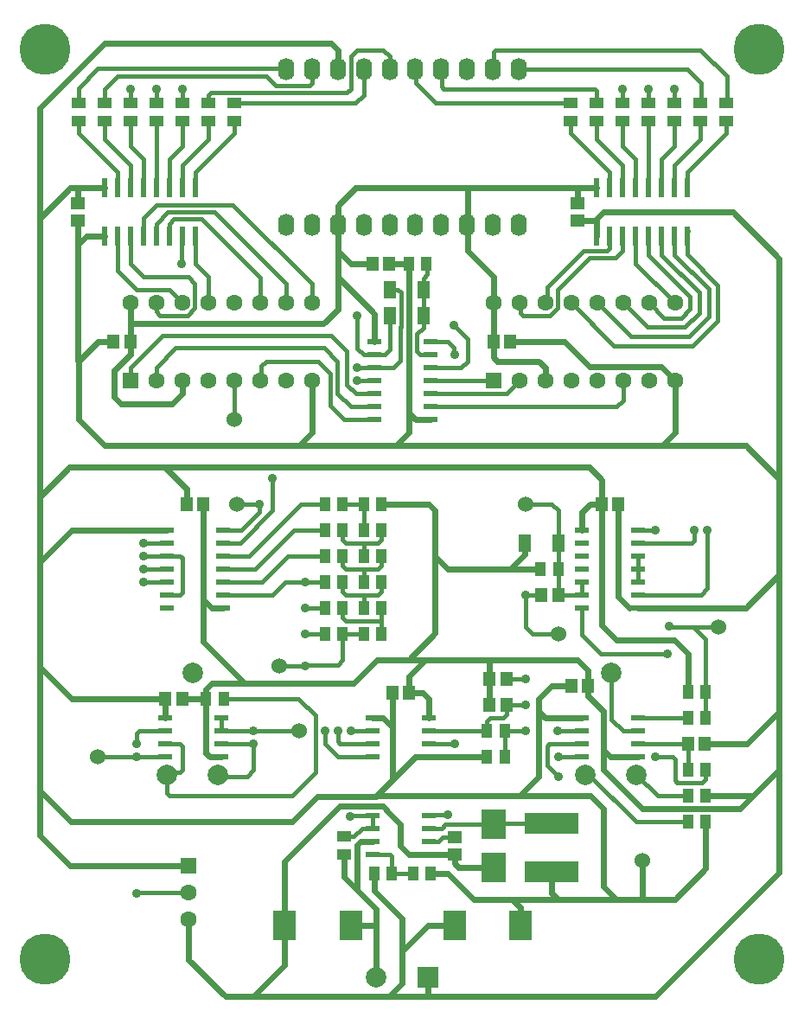
<source format=gbl>
G04*
G04 #@! TF.GenerationSoftware,Altium Limited,Altium Designer,21.5.1 (32)*
G04*
G04 Layer_Physical_Order=2*
G04 Layer_Color=16711680*
%FSLAX25Y25*%
%MOIN*%
G70*
G04*
G04 #@! TF.SameCoordinates,23847DC4-7520-4B4A-9137-17159688AF9F*
G04*
G04*
G04 #@! TF.FilePolarity,Positive*
G04*
G01*
G75*
%ADD21C,0.01575*%
%ADD22O,0.06299X0.08661*%
%ADD23R,0.06299X0.06299*%
%ADD24C,0.06299*%
%ADD25C,0.07874*%
%ADD26R,0.07874X0.07874*%
%ADD27C,0.19685*%
%ADD28C,0.03543*%
%ADD29R,0.05709X0.02362*%
%ADD30C,0.06000*%
%ADD31R,0.09449X0.11811*%
%ADD32R,0.04134X0.05315*%
%ADD33R,0.02362X0.07480*%
%ADD34R,0.05315X0.04134*%
%ADD35R,0.04724X0.06890*%
%ADD36R,0.20945X0.07913*%
%ADD37R,0.04724X0.05512*%
%ADD38R,0.05512X0.04724*%
%ADD39R,0.08858X0.11811*%
%ADD40C,0.02362*%
D21*
X137657Y367500D02*
X140157Y370000D01*
X150157D02*
X152657Y367500D01*
X140157Y370000D02*
X150157D01*
X152657Y362500D02*
Y367500D01*
X170610Y349390D02*
X222657D01*
X162657Y357343D02*
Y362500D01*
Y357343D02*
X170610Y349390D01*
X110158Y132500D02*
X120000D01*
X120377Y132877D01*
X132664D01*
X177500Y263740D02*
X182658Y258583D01*
Y250000D02*
Y258583D01*
X177401Y252756D02*
Y255256D01*
Y252756D02*
X177657Y252500D01*
X180157Y247500D02*
X182658Y250000D01*
X168386Y247500D02*
X180157D01*
X136260Y240951D02*
Y253740D01*
X130000Y260000D02*
X136260Y253740D01*
X140000Y247500D02*
X146929D01*
X136260Y240951D02*
X139711Y237500D01*
X146929Y247500D02*
X154235D01*
X139711Y237500D02*
X146929D01*
X140000Y242500D02*
X146929D01*
X120158Y165000D02*
X127657D01*
X112500D02*
X120158D01*
X107500Y160000D02*
X112500Y165000D01*
X88386Y160000D02*
X107500D01*
X113415Y175000D02*
X127657D01*
X88386Y165000D02*
X103415D01*
X113415Y175000D01*
X145905Y74705D02*
X146201Y75000D01*
X137500Y74409D02*
X137795Y74705D01*
X145905D01*
X102500Y191988D02*
Y195000D01*
X95512Y185000D02*
X102500Y191988D01*
X88386Y185000D02*
X95512D01*
X88386Y180000D02*
X95000D01*
X107500Y192500D01*
Y205000D01*
X65158Y260000D02*
X130000D01*
X132500Y237657D02*
Y250000D01*
X127441Y255059D02*
X132500Y250000D01*
X70217Y255059D02*
X127441D01*
X129744Y232913D02*
Y245256D01*
X105157Y250000D02*
X125000D01*
X129744Y245256D01*
X57657Y282500D02*
X75000D01*
X77579Y279921D01*
Y270462D02*
Y279921D01*
X72579Y298169D02*
X72658Y298248D01*
X72579Y287579D02*
Y298169D01*
X72500Y287500D02*
X72579Y287579D01*
X88386Y170000D02*
X100915D01*
X115915Y185000D02*
X127657D01*
X100915Y170000D02*
X115915Y185000D01*
X118415Y195000D02*
X127657D01*
X88386Y175000D02*
X98415D01*
X118415Y195000D01*
X93907D02*
X102500D01*
X122658Y357185D02*
Y362500D01*
X112402Y362756D02*
X112657Y362500D01*
X47657Y360000D02*
X105000D01*
X32658Y349390D02*
Y355157D01*
X40256Y362756D01*
X105000Y360000D02*
X108819Y356181D01*
X42658Y355000D02*
X47657Y360000D01*
X121654Y356181D02*
X122658Y357185D01*
X42658Y349390D02*
Y355000D01*
X40256Y362756D02*
X104918D01*
X108819Y356181D02*
X121654D01*
X104918Y362756D02*
X104918Y362756D01*
X112402D01*
X67658Y298248D02*
Y302972D01*
X62657Y298248D02*
Y302972D01*
X67185Y307500D01*
X85000D01*
X112657Y279842D01*
Y272500D02*
Y279842D01*
X80256Y304744D02*
X102657Y282343D01*
X122658Y272500D02*
Y279842D01*
X57657Y305157D02*
X62756Y310256D01*
X102657Y272500D02*
Y282343D01*
X69429Y304744D02*
X80256D01*
X67658Y302972D02*
X69429Y304744D01*
X92244Y310256D02*
X122658Y279842D01*
X57657Y298248D02*
Y305157D01*
X62756Y310256D02*
X92244D01*
X229527Y90630D02*
X247657Y72500D01*
X267657D01*
X228157Y90630D02*
X229527D01*
X247843D02*
X255973Y82500D01*
X267500D01*
X167657Y75000D02*
X167795Y75138D01*
X174941D01*
X172658Y70000D02*
X174193Y71536D01*
X174941Y75138D02*
X175079Y75276D01*
X174193Y71536D02*
X192657D01*
X167657Y70000D02*
X172658D01*
X192657Y71536D02*
X192854Y71732D01*
X190157Y107500D02*
Y111142D01*
X196398Y112500D02*
X197658Y113760D01*
X191516Y112500D02*
X196398D01*
X190157Y111142D02*
X191516Y112500D01*
X197047Y107500D02*
X205157D01*
X214230Y102500D02*
X226929D01*
X213307Y94350D02*
Y101577D01*
X214230Y102500D01*
X213307Y94350D02*
X217657Y90000D01*
X197658Y117500D02*
X205157D01*
X217657Y97500D02*
X226929D01*
X234216Y137216D02*
X259874D01*
X238158Y112000D02*
X242657Y107500D01*
X238158Y112000D02*
Y130000D01*
X263580Y87500D02*
X273189D01*
X262657Y88423D02*
Y96479D01*
Y88423D02*
X263580Y87500D01*
X273189D02*
X274547Y88858D01*
Y92500D01*
X115000Y82500D02*
X124114Y91614D01*
X66929Y83422D02*
X67852Y82500D01*
X66929Y83422D02*
Y90630D01*
X67852Y82500D02*
X115000D01*
X124114Y91614D02*
Y113386D01*
X117500Y120000D02*
X124114Y113386D01*
X88819Y120000D02*
X117500D01*
X127756Y102402D02*
Y107401D01*
X127854Y107500D01*
X175157Y257500D02*
X177401Y255256D01*
X156850Y250115D02*
Y263102D01*
X152657Y277500D02*
X155928D01*
X156850Y263102D02*
X156988Y263240D01*
Y276440D01*
X155928Y277500D02*
X156988Y276440D01*
X163287Y253760D02*
X164547Y252500D01*
X163287Y253760D02*
Y260630D01*
X165650Y262992D01*
X167123Y286966D02*
X167657Y287500D01*
X165650Y267500D02*
Y281929D01*
X164547Y252500D02*
X168386D01*
X154235Y247500D02*
X156850Y250115D01*
X165650Y281929D02*
X167123Y283403D01*
Y286966D01*
X150768Y252500D02*
X152657Y254390D01*
X142657Y252500D02*
X150768D01*
X152657Y254390D02*
Y267500D01*
X132500Y237657D02*
X137657Y232500D01*
X129744Y232913D02*
X135158Y227500D01*
X165650Y262992D02*
Y267500D01*
X83642Y353425D02*
X136083D01*
X137657Y355000D01*
X82657Y352441D02*
X83642Y353425D01*
X82657Y349390D02*
Y352441D01*
X52658Y349390D02*
Y355000D01*
X62657Y349390D02*
Y355000D01*
X72658Y349390D02*
Y355000D01*
X139547Y349390D02*
X142657Y352500D01*
X92658Y349390D02*
X139547D01*
X232500D02*
Y354235D01*
X231735Y355000D02*
X232500Y354235D01*
X173580Y355000D02*
X231735D01*
X227500Y292500D02*
X236476D01*
X213562Y278561D02*
X227500Y292500D01*
X217579Y277579D02*
X229744Y289744D01*
X239744D02*
X242500Y292500D01*
X236476D02*
X237500Y293524D01*
X229744Y289744D02*
X239744D01*
X213562Y273404D02*
Y278561D01*
X212657Y272500D02*
X213562Y273404D01*
X237500Y293524D02*
Y298248D01*
X242500Y292500D02*
Y298248D01*
X217579Y270462D02*
Y277579D01*
X257500Y291020D02*
Y298248D01*
X266571Y263051D02*
X272106Y268586D01*
X275650Y267119D02*
Y277882D01*
X252500Y291009D02*
Y298248D01*
X272106Y268586D02*
Y276414D01*
X252658Y272500D02*
X258563Y266595D01*
X268039Y259508D02*
X275650Y267119D01*
X222657Y272500D02*
X239193Y255965D01*
X232658Y272500D02*
X245650Y259508D01*
X242657Y272500D02*
X252106Y263051D01*
X268563Y270054D02*
Y274946D01*
X258563Y266595D02*
X265104D01*
X262500Y291031D02*
Y298248D01*
X239193Y255965D02*
X269507D01*
X267500Y291042D02*
Y298248D01*
X262500Y291031D02*
X275650Y277882D01*
X252106Y263051D02*
X266571D01*
X269507Y255965D02*
X279193Y265651D01*
X257500Y291020D02*
X272106Y276414D01*
X267500Y291042D02*
X279193Y279349D01*
X265104Y266595D02*
X268563Y270054D01*
X279193Y265651D02*
Y279349D01*
X245650Y259508D02*
X268039D01*
X252500Y291009D02*
X268563Y274946D01*
X204148Y267500D02*
X214617D01*
X247500Y287657D02*
X262657Y272500D01*
X62657Y269043D02*
Y272500D01*
Y269043D02*
X64174Y267527D01*
X74644D01*
X202658Y272500D02*
X203225Y271932D01*
X214617Y267500D02*
X217579Y270462D01*
X203225Y268423D02*
Y271932D01*
Y268423D02*
X204148Y267500D01*
X132664Y132877D02*
X134547Y134760D01*
Y145000D01*
X217500Y107500D02*
X226929D01*
X142008Y70000D02*
X146201D01*
X135158Y66890D02*
X138898D01*
X142008Y70000D01*
X47657Y285000D02*
Y298248D01*
X52658Y287500D02*
Y298248D01*
X77658Y287500D02*
Y298248D01*
X47657Y316752D02*
Y322963D01*
X32658Y337963D02*
X47657Y322963D01*
X42658Y335463D02*
Y342500D01*
X52658Y332963D02*
Y342500D01*
X62657Y316752D02*
Y342500D01*
X72658Y332963D02*
Y342500D01*
Y316752D02*
Y325463D01*
X77658Y322963D02*
X92658Y337963D01*
Y342500D01*
X77658Y287500D02*
X82657Y282500D01*
Y272500D02*
Y282500D01*
X52658Y287500D02*
X57657Y282500D01*
X74644Y267527D02*
X77579Y270462D01*
X47657Y285000D02*
X55158Y277500D01*
X67658D01*
X72658Y272500D01*
X77658Y316752D02*
Y322963D01*
X82657Y335463D02*
Y342500D01*
X72658Y325463D02*
X82657Y335463D01*
X67658Y327963D02*
X72658Y332963D01*
X67658Y316752D02*
Y327963D01*
X52658Y332963D02*
X57657Y327963D01*
Y316752D02*
Y327963D01*
X42658Y335463D02*
X52658Y325463D01*
Y316752D02*
Y325463D01*
X32658Y337963D02*
Y342500D01*
X247500Y287657D02*
Y298248D01*
X267500Y300748D02*
X267894Y300354D01*
X282500Y337963D02*
Y342500D01*
X267500Y319252D02*
Y322963D01*
X282500Y337963D01*
X272500Y335463D02*
Y342500D01*
X262500Y319252D02*
Y325463D01*
X272500Y335463D01*
X257500Y319252D02*
Y327963D01*
X262500Y332963D01*
Y342500D01*
X222500Y337963D02*
Y342500D01*
X237500Y319252D02*
Y322963D01*
X222500Y337963D02*
X237500Y322963D01*
X242500Y319252D02*
Y325463D01*
X232500Y335463D02*
X242500Y325463D01*
X232500Y335463D02*
Y342500D01*
X247500Y319252D02*
Y327963D01*
X242500Y332963D02*
X247500Y327963D01*
X242500Y332963D02*
Y342500D01*
X252500Y319252D02*
Y342500D01*
Y349390D02*
Y355000D01*
X242500Y349390D02*
Y355000D01*
X262500Y349390D02*
Y355000D01*
X202658Y362500D02*
X267500D01*
X272657Y357343D01*
X132663Y103422D02*
Y107506D01*
Y103422D02*
X133586Y102500D01*
X146201D01*
X272657Y349390D02*
Y357343D01*
X282658Y349390D02*
Y359842D01*
X193580Y370000D02*
X272500D01*
X282658Y359842D01*
X135158Y227500D02*
X146929D01*
X242657Y107500D02*
X248386D01*
X137657Y355000D02*
Y367500D01*
X142657Y352500D02*
Y362500D01*
X192657Y369077D02*
X193580Y370000D01*
X192657Y362500D02*
Y369077D01*
X172658Y355923D02*
X173580Y355000D01*
X172658Y355923D02*
Y362500D01*
X142657Y180000D02*
X148189D01*
X142657Y175000D02*
Y180000D01*
X135906D02*
X142657D01*
X135906Y170000D02*
X142657D01*
X148189D01*
X142657Y165000D02*
Y170000D01*
Y160000D02*
X148189D01*
X135906D02*
X142657D01*
Y155000D02*
Y160000D01*
X149547Y145000D02*
Y150000D01*
X134547Y151358D02*
Y155000D01*
Y151358D02*
X135906Y150000D01*
X149547D01*
X275157Y162500D02*
Y185000D01*
X248386Y160000D02*
X272657D01*
X275157Y162500D01*
X248389Y180003D02*
X269235D01*
X270158Y180925D01*
Y185000D01*
X197658Y127500D02*
X205157D01*
X140157Y255000D02*
X142657Y252500D01*
X140157Y255000D02*
Y267500D01*
X248386Y185000D02*
X255157D01*
X260441Y147784D02*
X260725Y147500D01*
X269886D01*
X226929Y144503D02*
X234216Y137216D01*
X248386Y180000D02*
X248389Y180003D01*
X152657Y60000D02*
X153602Y59055D01*
X146201Y60000D02*
X152657D01*
X153602Y52500D02*
Y59055D01*
Y52500D02*
X161713D01*
X226929Y144503D02*
Y155000D01*
X137666Y107497D02*
X146198D01*
X137663Y107494D02*
X137666Y107497D01*
X146198D02*
X146201Y107500D01*
X127756Y102402D02*
X132658Y97500D01*
X146201D01*
X167657Y102500D02*
X177657D01*
X248386Y112500D02*
X267657D01*
X274547D02*
Y122500D01*
Y142839D01*
X269886Y147500D02*
X274547Y142839D01*
X269886Y147500D02*
X279614D01*
X248386Y102500D02*
X267657D01*
X255256Y97402D02*
X261735D01*
X255157Y97500D02*
X255256Y97402D01*
X205157Y147500D02*
Y160000D01*
X207658Y145000D02*
X217657D01*
X205157Y147500D02*
X207658Y145000D01*
X205157Y160000D02*
X211161D01*
X207658Y195000D02*
X215158D01*
X217657Y180000D02*
Y192500D01*
X215158Y195000D02*
X217657Y192500D01*
X261735Y97402D02*
X262657Y96479D01*
X100157Y107500D02*
X115157D01*
X87244Y90000D02*
X97658D01*
X86614Y90630D02*
X87244Y90000D01*
X97658D02*
X100157Y92500D01*
Y102500D01*
X87657D02*
X100157D01*
X146201Y70000D02*
Y75000D01*
X171496Y65000D02*
X172992Y66496D01*
X167657Y65000D02*
X171496D01*
X172992Y66496D02*
X177657D01*
X192854Y71732D02*
X215158D01*
X87657Y107500D02*
X100157D01*
X167657D02*
X190157D01*
X267657Y92500D02*
Y102500D01*
X168386Y237500D02*
X197658D01*
X168386Y232500D02*
X240158D01*
X242657Y235000D02*
Y242500D01*
X240158Y232500D02*
X242657Y235000D01*
X197658Y237500D02*
X202658Y242500D01*
X168386Y257500D02*
X175157D01*
X52658Y247500D02*
X65158Y260000D01*
X52658Y242500D02*
Y247500D01*
X62657Y242500D02*
Y247500D01*
X70217Y255059D01*
X40157Y97500D02*
X55158D01*
X66201D01*
X55276Y45118D02*
X75039D01*
X55158Y45000D02*
X55276Y45118D01*
X75039D02*
X75157Y45236D01*
X66201Y102500D02*
X71735D01*
X72658Y92615D02*
Y101577D01*
X71735Y102500D02*
X72658Y101577D01*
X71735Y91693D02*
X72658Y92615D01*
X67992Y91693D02*
X71735D01*
X66929Y90630D02*
X67992Y91693D01*
X55158Y102500D02*
Y106578D01*
X56080Y107500D01*
X66201D01*
X87657D02*
Y112500D01*
X120158Y145000D02*
X127657D01*
X197658Y113760D02*
Y117500D01*
X197047Y97500D02*
Y107500D01*
X92658Y227500D02*
Y242500D01*
X248386Y165000D02*
Y170000D01*
Y175000D01*
X217657Y170000D02*
Y180000D01*
Y160000D02*
Y170000D01*
X226929Y160000D02*
Y165000D01*
X217657Y160000D02*
X226929D01*
X149547Y150000D02*
Y155000D01*
X148189Y160000D02*
X149547Y161358D01*
Y165000D01*
X134547Y161358D02*
Y165000D01*
Y161358D02*
X135906Y160000D01*
X148189Y170000D02*
X149547Y171358D01*
Y175000D01*
X134547Y171358D02*
X135906Y170000D01*
X134547Y171358D02*
Y175000D01*
X149547Y181358D02*
Y185000D01*
X148189Y180000D02*
X149547Y181358D01*
X134547D02*
X135906Y180000D01*
X134547Y181358D02*
Y185000D01*
Y145000D02*
X142657D01*
X57657Y175000D02*
X66929D01*
X71735D01*
X72658Y174078D01*
Y160923D02*
Y174078D01*
X71735Y160000D02*
X72658Y160923D01*
X66929Y160000D02*
X71735D01*
X57657Y180000D02*
X66929D01*
X57657Y165000D02*
X66929D01*
X57657Y170000D02*
X66929D01*
X120158Y155000D02*
X127657D01*
X168386Y242500D02*
X192657D01*
X102657D02*
X103225Y243068D01*
Y248068D01*
X105157Y250000D01*
X137657Y232500D02*
X146929D01*
X134547Y195000D02*
X142657D01*
Y185000D02*
Y195000D01*
D22*
X112657Y302500D02*
D03*
Y362500D02*
D03*
X122658Y302500D02*
D03*
Y362500D02*
D03*
X132658D02*
D03*
Y302500D02*
D03*
X142657Y362500D02*
D03*
Y302500D02*
D03*
X152657D02*
D03*
Y362500D02*
D03*
X162500Y302500D02*
D03*
Y362500D02*
D03*
X172500Y302500D02*
D03*
Y362500D02*
D03*
X182500D02*
D03*
Y302500D02*
D03*
X192500Y362500D02*
D03*
Y302500D02*
D03*
X202500D02*
D03*
Y362500D02*
D03*
D23*
X52658Y242500D02*
D03*
X192657D02*
D03*
X75157Y55472D02*
D03*
D24*
X62657Y242500D02*
D03*
X72658D02*
D03*
X82657D02*
D03*
X92658D02*
D03*
X102657D02*
D03*
X112657D02*
D03*
X122658D02*
D03*
X52658Y272500D02*
D03*
X62657D02*
D03*
X72658D02*
D03*
X82657D02*
D03*
X92658D02*
D03*
X102657D02*
D03*
X112657D02*
D03*
X122658D02*
D03*
X262657D02*
D03*
X252658D02*
D03*
X242657D02*
D03*
X232658D02*
D03*
X222657D02*
D03*
X212657D02*
D03*
X202658D02*
D03*
X192657D02*
D03*
X262657Y242500D02*
D03*
X252658D02*
D03*
X242657D02*
D03*
X232658D02*
D03*
X222657D02*
D03*
X212657D02*
D03*
X202658D02*
D03*
X75157Y35000D02*
D03*
Y45236D02*
D03*
D25*
X247843Y90630D02*
D03*
X228157D02*
D03*
X238158Y130000D02*
D03*
X147500Y12500D02*
D03*
X76929Y130000D02*
D03*
X66929Y90630D02*
D03*
X86614D02*
D03*
D26*
X167500Y12500D02*
D03*
D27*
X295276Y19685D02*
D03*
Y370079D02*
D03*
X19685D02*
D03*
Y19685D02*
D03*
D28*
X120000Y132500D02*
D03*
X177657Y252500D02*
D03*
X140000Y247500D02*
D03*
Y242500D02*
D03*
X120158Y165000D02*
D03*
X137500Y74409D02*
D03*
X72500Y287500D02*
D03*
X102500Y195000D02*
D03*
X175079Y75276D02*
D03*
X205157Y107500D02*
D03*
Y117500D02*
D03*
X217657Y97500D02*
D03*
X259874Y137216D02*
D03*
X127854Y107500D02*
D03*
X177500Y263740D02*
D03*
X72658Y355000D02*
D03*
X52658D02*
D03*
X62657D02*
D03*
X107500Y205000D02*
D03*
X217500Y107500D02*
D03*
X252500Y355000D02*
D03*
X242500D02*
D03*
X262500D02*
D03*
X205157Y127500D02*
D03*
X217657Y90000D02*
D03*
X140157Y267500D02*
D03*
X255157Y185000D02*
D03*
X260441Y147784D02*
D03*
X270158Y185000D02*
D03*
X275157D02*
D03*
X137663Y107494D02*
D03*
X132663Y107506D02*
D03*
X177657Y102500D02*
D03*
X255157Y97500D02*
D03*
X205157Y160000D02*
D03*
X100157Y102500D02*
D03*
Y107500D02*
D03*
X55158Y97500D02*
D03*
Y45000D02*
D03*
Y102500D02*
D03*
X57657Y175000D02*
D03*
Y180000D02*
D03*
Y165000D02*
D03*
X120158Y145000D02*
D03*
X57657Y170000D02*
D03*
X120158Y155000D02*
D03*
D29*
X146929Y227500D02*
D03*
Y232500D02*
D03*
Y237500D02*
D03*
Y242500D02*
D03*
Y247500D02*
D03*
Y252500D02*
D03*
Y257500D02*
D03*
X168386Y227500D02*
D03*
Y232500D02*
D03*
Y237500D02*
D03*
Y242500D02*
D03*
Y247500D02*
D03*
Y252500D02*
D03*
Y257500D02*
D03*
X88386Y185000D02*
D03*
Y180000D02*
D03*
Y175000D02*
D03*
Y170000D02*
D03*
Y165000D02*
D03*
Y160000D02*
D03*
Y155000D02*
D03*
X66929Y185000D02*
D03*
Y180000D02*
D03*
Y175000D02*
D03*
Y170000D02*
D03*
Y165000D02*
D03*
Y160000D02*
D03*
Y155000D02*
D03*
X226929D02*
D03*
Y160000D02*
D03*
Y165000D02*
D03*
Y170000D02*
D03*
Y175000D02*
D03*
Y180000D02*
D03*
Y185000D02*
D03*
X248386Y155000D02*
D03*
Y160000D02*
D03*
Y165000D02*
D03*
Y170000D02*
D03*
Y175000D02*
D03*
Y180000D02*
D03*
Y185000D02*
D03*
X226929Y97500D02*
D03*
Y102500D02*
D03*
Y107500D02*
D03*
Y112500D02*
D03*
X248386Y97500D02*
D03*
Y102500D02*
D03*
Y107500D02*
D03*
Y112500D02*
D03*
X146201Y60000D02*
D03*
Y65000D02*
D03*
Y70000D02*
D03*
Y75000D02*
D03*
X167657Y60000D02*
D03*
Y65000D02*
D03*
Y70000D02*
D03*
Y75000D02*
D03*
X87657Y112500D02*
D03*
Y107500D02*
D03*
Y102500D02*
D03*
Y97500D02*
D03*
X66201Y112500D02*
D03*
Y107500D02*
D03*
Y102500D02*
D03*
Y97500D02*
D03*
X146201D02*
D03*
Y102500D02*
D03*
Y107500D02*
D03*
Y112500D02*
D03*
X167657Y97500D02*
D03*
Y102500D02*
D03*
Y107500D02*
D03*
Y112500D02*
D03*
D30*
X117657Y107500D02*
D03*
X93907Y195000D02*
D03*
X40157Y97500D02*
D03*
X279614Y147500D02*
D03*
X205157Y195000D02*
D03*
X110158Y132500D02*
D03*
X92658Y227500D02*
D03*
X217657Y145000D02*
D03*
X250157Y57500D02*
D03*
D31*
X192657Y71536D02*
D03*
Y55000D02*
D03*
D32*
X267657Y72500D02*
D03*
X274547D02*
D03*
Y82500D02*
D03*
X267657D02*
D03*
X190157Y107500D02*
D03*
X197047D02*
D03*
X160000Y287500D02*
D03*
X166890D02*
D03*
X146713Y52500D02*
D03*
X153602D02*
D03*
X134547Y175000D02*
D03*
X127657D02*
D03*
X134547Y185000D02*
D03*
X127657D02*
D03*
X134547Y195000D02*
D03*
X127657D02*
D03*
X168602Y52500D02*
D03*
X161713D02*
D03*
X134547Y165000D02*
D03*
X127657D02*
D03*
X142657Y185000D02*
D03*
X149547D02*
D03*
X134547Y145000D02*
D03*
X127657D02*
D03*
X142657Y165000D02*
D03*
X149547D02*
D03*
X142657Y175000D02*
D03*
X149547D02*
D03*
X134547Y155000D02*
D03*
X127657D02*
D03*
X149547Y195000D02*
D03*
X142657D02*
D03*
Y155000D02*
D03*
X149547D02*
D03*
Y145000D02*
D03*
X142657D02*
D03*
X210768Y170000D02*
D03*
X217657D02*
D03*
X267657Y92500D02*
D03*
X274547D02*
D03*
X190157Y97500D02*
D03*
X197047D02*
D03*
X88819Y120000D02*
D03*
X81929D02*
D03*
X267657Y112500D02*
D03*
X274547D02*
D03*
X267657Y122500D02*
D03*
X274547D02*
D03*
D33*
X77658Y298248D02*
D03*
X72658D02*
D03*
X67658D02*
D03*
X62657D02*
D03*
X57657D02*
D03*
X52658D02*
D03*
X47657D02*
D03*
X42658D02*
D03*
X77658Y316752D02*
D03*
X72658D02*
D03*
X67658D02*
D03*
X62657D02*
D03*
X57657D02*
D03*
X52658D02*
D03*
X47657D02*
D03*
X42658D02*
D03*
X267500Y298248D02*
D03*
X262500D02*
D03*
X257500D02*
D03*
X252500D02*
D03*
X247500D02*
D03*
X242500D02*
D03*
X237500D02*
D03*
X232500D02*
D03*
X267500Y316752D02*
D03*
X262500D02*
D03*
X257500D02*
D03*
X252500D02*
D03*
X247500D02*
D03*
X242500D02*
D03*
X237500D02*
D03*
X232500D02*
D03*
D34*
X52658Y342500D02*
D03*
Y349390D02*
D03*
X92658Y342500D02*
D03*
Y349390D02*
D03*
X222500Y342500D02*
D03*
Y349390D02*
D03*
X242500Y342500D02*
D03*
Y349390D02*
D03*
X272500D02*
D03*
Y342500D02*
D03*
X282500Y349390D02*
D03*
Y342500D02*
D03*
X252500Y349390D02*
D03*
Y342500D02*
D03*
X262500Y349390D02*
D03*
Y342500D02*
D03*
X232500Y349390D02*
D03*
Y342500D02*
D03*
X72658Y349390D02*
D03*
Y342500D02*
D03*
X82657Y349390D02*
D03*
Y342500D02*
D03*
X62657Y349390D02*
D03*
Y342500D02*
D03*
X42658Y349390D02*
D03*
Y342500D02*
D03*
X32658Y349390D02*
D03*
Y342500D02*
D03*
X135158Y66890D02*
D03*
Y60000D02*
D03*
D35*
X165650Y267500D02*
D03*
X152657D02*
D03*
X165650Y277500D02*
D03*
X152657D02*
D03*
X217657Y180000D02*
D03*
X204665D02*
D03*
D36*
X215158Y71732D02*
D03*
Y53268D02*
D03*
D37*
X191162Y127500D02*
D03*
X197658D02*
D03*
Y117500D02*
D03*
X191162D02*
D03*
X217657Y160000D02*
D03*
X211161D02*
D03*
X66290Y120029D02*
D03*
X72786D02*
D03*
X160177Y122199D02*
D03*
X153681D02*
D03*
X222657Y125000D02*
D03*
X229153D02*
D03*
X74410Y195000D02*
D03*
X80905D02*
D03*
X234409D02*
D03*
X240905D02*
D03*
X46161Y257500D02*
D03*
X52658D02*
D03*
X152500Y287500D02*
D03*
X146004D02*
D03*
X199153Y257500D02*
D03*
X192657D02*
D03*
X267657Y102500D02*
D03*
X274153D02*
D03*
D38*
X177657Y60000D02*
D03*
Y66496D02*
D03*
X32500Y304252D02*
D03*
Y310748D02*
D03*
X225000Y304252D02*
D03*
Y310748D02*
D03*
D39*
X137657Y32500D02*
D03*
X112248D02*
D03*
X203067D02*
D03*
X177657D02*
D03*
D40*
X66290Y112500D02*
Y120029D01*
X182658Y292500D02*
Y316752D01*
X160138Y230020D02*
Y287500D01*
X132658Y282500D02*
Y292500D01*
Y302500D02*
Y310000D01*
Y292500D02*
Y302500D01*
Y362500D02*
Y370000D01*
X139409Y316752D02*
X182658D01*
X225000D01*
X190157Y135000D02*
X225157D01*
X160000D02*
X170158Y145158D01*
X147658Y135000D02*
X160000D01*
X166561D01*
X170158Y145158D02*
Y175000D01*
X29134Y209134D02*
X66406D01*
X17658Y197658D02*
X29134Y209134D01*
X160138Y230020D02*
X162657Y227500D01*
X155157Y217500D02*
X160138Y222480D01*
Y230020D01*
X72815Y120000D02*
X81929D01*
X135158Y51216D02*
X140157Y46216D01*
Y63616D01*
X135158Y51216D02*
Y60000D01*
X147500Y32500D02*
Y38873D01*
X274547Y54390D02*
Y72500D01*
Y82500D02*
X292916D01*
X302916Y92500D01*
Y115000D01*
Y52916D02*
Y92500D01*
X250000Y77500D02*
X287916D01*
X292916Y82500D01*
X199173Y170000D02*
X210768D01*
X204665Y175492D02*
Y180000D01*
X199173Y170000D02*
X204665Y175492D01*
X175157Y170000D02*
X199173D01*
X72658Y237500D02*
Y242500D01*
X52658Y264377D02*
Y272500D01*
X122658Y222500D02*
Y242500D01*
X52658Y264377D02*
X127034D01*
X132658Y270000D01*
X52658Y257500D02*
Y264377D01*
X235008Y92492D02*
Y100150D01*
Y92492D02*
X250000Y77500D01*
X234409Y148091D02*
Y195000D01*
X240000Y142500D02*
X262500D01*
X234409Y148091D02*
X240000Y142500D01*
X202658Y82500D02*
X210157Y90000D01*
Y115000D01*
Y120000D02*
X215158Y125000D01*
X210157Y115000D02*
Y120000D01*
X262500Y142500D02*
X267657Y137343D01*
Y122500D02*
Y137343D01*
X235008Y100150D02*
Y115150D01*
X229153Y121004D02*
X235008Y115150D01*
X115000Y72500D02*
X124803Y82303D01*
X29713Y72500D02*
X115000D01*
X124803Y82303D02*
X147303D01*
X112248Y57248D02*
X133543Y78543D01*
X112248Y32500D02*
Y57248D01*
X133543Y78543D02*
X150033D01*
X147303Y82303D02*
X147500Y82500D01*
X151417Y76881D02*
X156885Y71413D01*
X150033Y78543D02*
X151417Y77160D01*
Y76881D02*
Y77160D01*
X137657Y287500D02*
X146004D01*
X152500D02*
X160000D01*
X229640Y209134D02*
X234409Y204364D01*
X66406Y209134D02*
X229640D01*
X66215Y208943D02*
X66406Y209134D01*
X212657Y242500D02*
Y247500D01*
X192657Y272500D02*
Y282500D01*
Y257500D02*
Y272500D01*
X257343Y247815D02*
X262657Y242500D01*
Y222500D02*
Y242500D01*
X140157Y46216D02*
X147500Y38873D01*
X137657Y32500D02*
X147500D01*
Y12500D02*
Y32500D01*
X157500Y22500D02*
Y35157D01*
X167500Y32500D02*
X177657D01*
X157500Y22500D02*
X167500Y32500D01*
X157500Y10118D02*
Y22500D01*
X100118Y5118D02*
X112248Y17248D01*
X89350Y5118D02*
X100118D01*
X152500D01*
X240158Y42500D02*
X250157D01*
X217657D02*
X240158D01*
X152500Y5118D02*
X167500D01*
X152500D02*
X157500Y10118D01*
X167500Y5118D02*
X255118D01*
X167500D02*
Y12500D01*
X146713Y45945D02*
X157500Y35157D01*
X146713Y45945D02*
Y52500D01*
X75157Y19311D02*
X89350Y5118D01*
X112248Y17248D02*
Y32500D01*
X255118Y5118D02*
X302916Y52916D01*
X141541Y65000D02*
X146201D01*
X140157Y63616D02*
X141541Y65000D01*
X32500Y295000D02*
Y304252D01*
Y250157D02*
Y295000D01*
X35748Y298248D01*
X42658D01*
X32500Y250157D02*
X32658Y250000D01*
X32500Y316752D02*
X42658D01*
X29410D02*
X32500D01*
Y310748D02*
Y316752D01*
X17658Y305000D02*
X29410Y316752D01*
X75157Y19311D02*
Y35000D01*
X32658Y227500D02*
X42658Y217500D01*
X32658Y250000D02*
X40157Y257500D01*
X32658Y227500D02*
Y250000D01*
X40157Y257500D02*
X46161D01*
X42658Y217500D02*
X117657D01*
X155157D01*
X117657D02*
X122658Y222500D01*
X155157Y217500D02*
X257658D01*
X162657Y227500D02*
X168386D01*
X229153Y121004D02*
Y125000D01*
X237657Y97500D02*
X248386D01*
X235008Y100150D02*
X237657Y97500D01*
X274153Y102500D02*
X290416D01*
X302916Y115000D01*
Y167916D01*
X225000Y304252D02*
X231752D01*
X232500Y305000D01*
X248386Y155000D02*
X290000D01*
X302916Y167916D02*
Y204584D01*
X290000Y155000D02*
X302916Y167916D01*
X257658Y217500D02*
X262657Y222500D01*
X290000Y217500D02*
X302916Y204584D01*
X257658Y217500D02*
X290000D01*
X232500Y298248D02*
Y305000D01*
X235000Y307500D02*
X285000D01*
X232500Y305000D02*
X235000Y307500D01*
X302916Y204584D02*
Y289584D01*
X285000Y307500D02*
X302916Y289584D01*
X17658Y67343D02*
Y84556D01*
X17658D01*
X17658D02*
Y132343D01*
X29971Y120029D01*
X17658Y67343D02*
X29528Y55472D01*
X17658Y84556D02*
X29713Y72500D01*
X29971Y120029D02*
X66290D01*
X17658Y172658D02*
Y197658D01*
Y172658D02*
X30000Y185000D01*
X17658Y197658D02*
Y305000D01*
Y132343D02*
Y172658D01*
X30000Y185000D02*
X66929D01*
X29528Y55472D02*
X75157D01*
X147500Y82500D02*
X153681Y88681D01*
X147500Y82500D02*
X202658D01*
X150039Y112500D02*
X153681Y108858D01*
X146201Y112500D02*
X150039D01*
X66215Y208943D02*
X74410Y200748D01*
Y195000D02*
Y200748D01*
X17658Y305000D02*
Y347500D01*
X42658Y372500D01*
X130157D01*
X132658Y370000D01*
X175157Y52500D02*
X185158Y42500D01*
X168602Y52500D02*
X175157D01*
X203067Y32500D02*
Y39390D01*
X185158Y42500D02*
X199957D01*
X203067Y39390D01*
X153681Y88681D02*
Y108858D01*
Y88681D02*
X162500Y97500D01*
X153681Y108858D02*
Y122199D01*
X162500Y97500D02*
X167657D01*
X210157Y115000D02*
X212657Y112500D01*
X199957Y42500D02*
X217657D01*
X215158Y45000D02*
X217657Y42500D01*
X215158Y45000D02*
Y53268D01*
X250157Y42500D02*
X262657D01*
X274547Y54390D01*
X235157Y47500D02*
X240158Y42500D01*
X202658Y82500D02*
X230157D01*
X235157Y77500D01*
X212657Y112500D02*
X226929D01*
X235157Y47500D02*
Y77500D01*
X250157Y42500D02*
Y57500D01*
X215158Y125000D02*
X222657D01*
X234409Y195000D02*
Y204364D01*
X225000Y316752D02*
X232500D01*
X225000Y310748D02*
Y316752D01*
X132658Y310000D02*
X139409Y316752D01*
X220158Y257500D02*
X229842Y247815D01*
X257343D01*
X182658Y292500D02*
X192657Y282500D01*
X199153Y257500D02*
X220158D01*
X149547Y195000D02*
X167657D01*
X170158Y175000D02*
Y192500D01*
X167657Y195000D02*
X170158Y192500D01*
X132658Y270000D02*
Y282500D01*
X68636Y233478D02*
X72658Y237500D01*
X49179Y233478D02*
X68636D01*
X240905Y159252D02*
Y195000D01*
Y159252D02*
X245158Y155000D01*
X225157Y135000D02*
X229153Y131004D01*
Y125000D02*
Y131004D01*
X160158Y60000D02*
X167657D01*
X156885Y63272D02*
X160158Y60000D01*
X156885Y63272D02*
Y71413D01*
X167657Y60000D02*
X177657D01*
Y56384D02*
Y60000D01*
Y56384D02*
X179041Y55000D01*
X192657D01*
X191162Y117500D02*
Y127500D01*
Y133996D01*
X167657Y97500D02*
X190157D01*
X167657Y112500D02*
Y120000D01*
X170158Y175000D02*
X175157Y170000D01*
X81929Y123642D02*
X84266Y125978D01*
X96679D01*
X81929Y120000D02*
Y123642D01*
X80905Y158136D02*
X84041Y155000D01*
X88386D01*
X80905Y141752D02*
Y158136D01*
Y195000D01*
Y141752D02*
X96679Y125978D01*
X138636D01*
X147658Y135000D01*
X46541Y246384D02*
X52658Y252500D01*
X46541Y236116D02*
Y246384D01*
Y236116D02*
X49179Y233478D01*
X52658Y252500D02*
Y257500D01*
X166561Y135000D02*
X190157D01*
X191162Y133996D01*
X160177Y128616D02*
X166561Y135000D01*
X160177Y122199D02*
Y128616D01*
X165459Y122199D02*
X167657Y120000D01*
X160177Y122199D02*
X165459D01*
X226929Y191772D02*
X230157Y195000D01*
X226929Y185000D02*
Y191772D01*
X230157Y195000D02*
X234409D01*
X146929Y257500D02*
Y268228D01*
X132658Y282500D02*
X146929Y268228D01*
X132658Y292500D02*
X137657Y287500D01*
X192657Y251384D02*
Y257500D01*
Y251384D02*
X194041Y250000D01*
X210157D01*
X212657Y247500D01*
X83313Y97500D02*
X87657D01*
X81929Y98884D02*
Y120000D01*
Y98884D02*
X83313Y97500D01*
M02*

</source>
